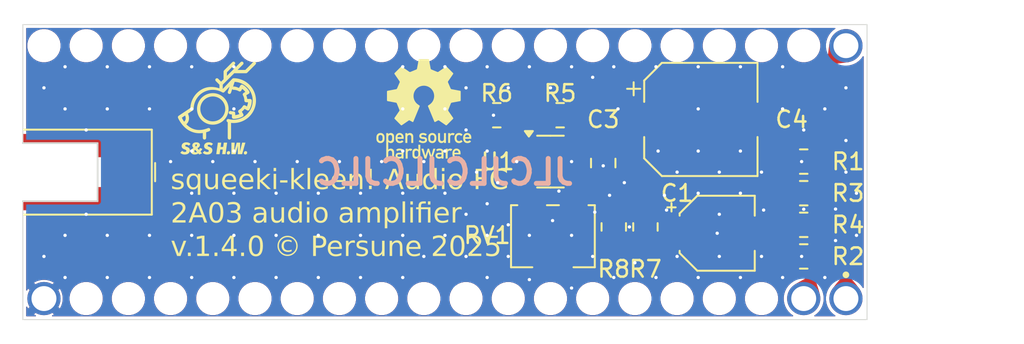
<source format=kicad_pcb>
(kicad_pcb (version 20241229) (generator "pcbnew") (generator_version "9.0")
  (title_block (title "squeeki-kleen! Audio FC") (date "2025-04-01") (rev "1.4.0") (company "Persune") (comment 1 "pad names are based on the HVC-CPU-07 revision"))
  (layers (0 "F.Cu" signal) (2 "B.Cu" signal) (13 "F.Paste" user) (15 "B.Paste" user) (5 "F.SilkS" user "F.Silkscreen") (7 "B.SilkS" user "B.Silkscreen") (1 "F.Mask" user) (3 "B.Mask" user) (25 "Edge.Cuts" user))
  (net 0 "")
  (net 1 "GND")
  (net 2 "/C8")
  (net 3 "/P1")
  (net 4 "/P2")
  (net 5 "Net-(C1-Pad2)")
  (net 6 "Net-(U1--)")
  (net 7 "Net-(U1-+)")
  (net 8 "VCC")
  (footprint "" (layer "F.Cu") (at 48.895 42.545)
    (property "Reference" "" (at 0 0 0) (layer "F.SilkS") (effects (font (size 1.27 1.27))))
    (property "Value" "")
    (pad "" np_thru_hole circle (at 0 0) (size 0.8 0.8) (drill 1.5) (layers "*.Cu" "*.Mask"))
  )
  (footprint "Resistor_SMD:R_0805_2012Metric_Pad1.20x1.40mm_HandSolder" (layer "F.Cu") (at 86.995 38.1)
    (property "Reference" "R4" (at 2.667 0 0) (layer "F.SilkS"))
    (property "Value" "12K")
    (pad "1" smd roundrect (at -1 0) (size 1.2 1.4) (layers "F.Cu" "F.Mask" "F.Paste") (roundrect_rratio 0.208333) (net 5 "Net-(C1-Pad2)"))
    (pad "2" smd roundrect (at 1 0) (size 1.2 1.4) (layers "F.Cu" "F.Mask" "F.Paste") (roundrect_rratio 0.208333) (net 4 "/P2"))
  )
  (footprint "" (layer "F.Cu") (at 53.975 42.545)
    (property "Reference" "" (at 0 0 0) (layer "F.SilkS") (effects (font (size 1.27 1.27))))
    (property "Value" "")
    (pad "" np_thru_hole circle (at 0 0) (size 0.8 0.8) (drill 1.5) (layers "*.Cu" "*.Mask"))
  )
  (footprint "Capacitor_SMD:CP_Elec_4x5.4" (layer "F.Cu") (at 81.788 38.608)
    (property "Reference" "C1" (at -2.413 -2.413 0) (layer "F.SilkS"))
    (property "Value" "1µF")
    (pad "1" smd roundrect (at -1.8 0) (size 2.6 1.6) (layers "F.Cu" "F.Mask" "F.Paste") (roundrect_rratio 0.15625) (net 6 "Net-(U1--)"))
    (pad "2" smd roundrect (at 1.8 0) (size 2.6 1.6) (layers "F.Cu" "F.Mask" "F.Paste") (roundrect_rratio 0.15625) (net 5 "Net-(C1-Pad2)"))
  )
  (footprint "Resistor_SMD:R_0805_2012Metric_Pad1.20x1.40mm_HandSolder" (layer "F.Cu") (at 68.525 31.496 180)
    (property "Reference" "R6" (at 0 1.325 0) (layer "F.SilkS"))
    (property "Value" "68K")
    (pad "1" smd roundrect (at -1 0 180) (size 1.2 1.4) (layers "F.Cu" "F.Mask" "F.Paste") (roundrect_rratio 0.208333) (net 7 "Net-(U1-+)"))
    (pad "2" smd roundrect (at 1 0 180) (size 1.2 1.4) (layers "F.Cu" "F.Mask" "F.Paste") (roundrect_rratio 0.208333) (net 1 "GND"))
  )
  (footprint "" (layer "F.Cu") (at 76.835 42.545)
    (property "Reference" "" (at 0 0 0) (layer "F.SilkS") (effects (font (size 1.27 1.27))))
    (property "Value" "")
    (pad "" np_thru_hole circle (at 0 0) (size 0.8 0.8) (drill 1.5) (layers "*.Cu" "*.Mask"))
  )
  (footprint "" (layer "F.Cu") (at 53.975 27.305)
    (property "Reference" "" (at 0 0 0) (layer "F.SilkS") (effects (font (size 1.27 1.27))))
    (property "Value" "")
    (pad "" np_thru_hole circle (at 0 0) (size 0.8 0.8) (drill 1.5) (layers "*.Cu" "*.Mask"))
  )
  (footprint "" (layer "F.Cu") (at 76.835 27.305)
    (property "Reference" "" (at 0 0 0) (layer "F.SilkS") (effects (font (size 1.27 1.27))))
    (property "Value" "")
    (pad "" np_thru_hole circle (at 0 0) (size 0.8 0.8) (drill 1.5) (layers "*.Cu" "*.Mask"))
  )
  (footprint "" (layer "F.Cu") (at 46.355 42.545)
    (property "Reference" "" (at 0 0 0) (layer "F.SilkS") (effects (font (size 1.27 1.27))))
    (property "Value" "")
    (pad "" np_thru_hole circle (at 0 0) (size 0.8 0.8) (drill 1.5) (layers "*.Cu" "*.Mask"))
  )
  (footprint "custom footprints:qr" (layer "F.Cu") (at 57.785 30.988)
    (property "Reference" "Ref**" (hide yes))
    (property "Value" "Val**" (hide yes))
    (fp_poly (pts (xy -1.54 -1.54) (xy -2.025 -1.54) (xy -2.025 -2.025) (xy -1.54 -2.025) (xy -1.54 -1.54)) (stroke (width 0.01)) (fill yes) (layer "F.Cu"))
    (fp_poly (pts (xy -1.54 2.025) (xy -2.025 2.025) (xy -2.025 1.54) (xy -1.54 1.54) (xy -1.54 2.025)) (stroke (width 0.01)) (fill yes) (layer "F.Cu"))
    (fp_poly (pts (xy -1.055 -0.89) (xy -1.54 -0.89) (xy -1.54 -1.055) (xy -1.055 -1.055) (xy -1.055 -0.89)) (stroke (width 0.01)) (fill yes) (layer "F.Cu"))
    (fp_poly (pts (xy -0.73 0.405) (xy -1.38 0.405) (xy -1.38 0.245) (xy -0.73 0.245) (xy -0.73 0.405)) (stroke (width 0.01)) (fill yes) (layer "F.Cu"))
    (fp_poly (pts (xy -0.08 0.08) (xy -0.245 0.08) (xy -0.245 -0.245) (xy -0.08 -0.245) (xy -0.08 0.08)) (stroke (width 0.01)) (fill yes) (layer "F.Cu"))
    (fp_poly (pts (xy 0.08 -2.19) (xy -0.08 -2.19) (xy -0.08 -2.35) (xy 0.08 -2.35) (xy 0.08 -2.19)) (stroke (width 0.01)) (fill yes) (layer "F.Cu"))
    (fp_poly (pts (xy 1.215 -0.73) (xy 1.055 -0.73) (xy 1.055 -0.89) (xy 1.215 -0.89) (xy 1.215 -0.73)) (stroke (width 0.01)) (fill yes) (layer "F.Cu"))
    (fp_poly (pts (xy 2.025 -1.54) (xy 1.54 -1.54) (xy 1.54 -2.025) (xy 2.025 -2.025) (xy 2.025 -1.54)) (stroke (width 0.01)) (fill yes) (layer "F.Cu"))
    (fp_poly (pts (xy 2.19 -0.73) (xy 1.865 -0.73) (xy 1.865 -0.89) (xy 2.19 -0.89) (xy 2.19 -0.73)) (stroke (width 0.01)) (fill yes) (layer "F.Cu"))
    (fp_poly (pts (xy 2.19 1.54) (xy 2.025 1.54) (xy 2.025 1.38) (xy 2.19 1.38) (xy 2.19 1.54)) (stroke (width 0.01)) (fill yes) (layer "F.Cu"))
    (fp_poly (pts (xy 2.35 0.245) (xy 2.19 0.245) (xy 2.19 0.08) (xy 2.35 0.08) (xy 2.35 0.245)) (stroke (width 0.01)) (fill yes) (layer "F.Cu"))
    (fp_poly (pts (xy 2.35 1.055) (xy 1.865 1.055) (xy 1.865 0.89) (xy 2.35 0.89) (xy 2.35 1.055)) (stroke (width 0.01)) (fill yes) (layer "F.Cu"))
    (fp_poly (pts (xy 2.35 2.19) (xy 2.19 2.19) (xy 2.19 2.025) (xy 2.35 2.025) (xy 2.35 2.19)) (stroke (width 0.01)) (fill yes) (layer "F.Cu"))
    (fp_poly (pts (xy -0.405 0.73) (xy -0.89 0.73) (xy -0.89 0.57) (xy -0.73 0.57) (xy -0.73 0.405) (xy -0.405 0.405) (xy -0.405 0.73)) (stroke (width 0.01)) (fill yes) (layer "F.Cu"))
    (fp_poly (pts (xy 1.378873 1.29625) (xy 1.3775 1.3775) (xy 1.29625 1.378873) (xy 1.215 1.380247) (xy 1.215 1.215) (xy 1.380247 1.215) (xy 1.378873 1.29625)) (stroke (width 0.01)) (fill yes) (layer "F.Cu"))
    (fp_poly (pts (xy 0.5675 -1.0525) (xy 0.568873 -0.97125) (xy 0.570247 -0.89) (xy 0.89 -0.89) (xy 0.89 -0.73) (xy 0.405 -0.73) (xy 0.405 -1.055248) (xy 0.5675 -1.0525)) (stroke (width 0.01)) (fill yes) (layer "F.Cu"))
    (fp_poly (pts (xy 0.245 1.865) (xy 0.405 1.865) (xy 0.405 2.025) (xy -0.08 2.025) (xy -0.08 1.865) (xy 0.08 1.865) (xy 0.08 1.705) (xy 0.245 1.705) (xy 0.245 1.865)) (stroke (width 0.01)) (fill yes) (layer "F.Cu"))
    (fp_poly (pts (xy -2.18875 -1.05382) (xy -2.0275 -1.0525) (xy -2.026127 -0.97125) (xy -2.024753 -0.89) (xy -1.865 -0.89) (xy -1.865 -0.73) (xy -2.025 -0.73) (xy -2.025 -0.89) (xy -2.35 -0.89) (xy -2.35 -1.055139) (xy -2.18875 -1.05382)) (stroke (width 0.01)) (fill yes) (layer "F.Cu"))
    (fp_poly (pts (xy -1.215 -1.215) (xy -2.35 -1.215) (xy -2.35 -2.19) (xy -2.19 -2.19) (xy -2.19 -1.38) (xy -1.38 -1.38) (xy -1.38 -2.19) (xy -2.19 -2.19) (xy -2.35 -2.19) (xy -2.35 -2.35) (xy -1.215 -2.35) (xy -1.215 -1.215)) (stroke (width 0.01)) (fill yes) (layer "F.Cu"))
    (fp_poly (pts (xy -1.215 2.35) (xy -2.35 2.35) (xy -2.35 1.38) (xy -2.19 1.38) (xy -2.19 2.19) (xy -1.38 2.19) (xy -1.38 1.38) (xy -2.19 1.38) (xy -2.35 1.38) (xy -2.35 1.215) (xy -1.215 1.215) (xy -1.215 2.35)) (stroke (width 0.01)) (fill yes) (layer "F.Cu"))
    (fp_poly (pts (xy 2.35 -1.215) (xy 1.215 -1.215) (xy 1.215 -2.19) (xy 1.38 -2.19) (xy 1.38 -1.38) (xy 2.19 -1.38) (xy 2.19 -2.19) (xy 1.38 -2.19) (xy 1.215 -2.19) (xy 1.215 -2.35) (xy 2.35 -2.35) (xy 2.35 -1.215)) (stroke (width 0.01)) (fill yes) (layer "F.Cu"))
    (fp_poly (pts (xy 1.055 -0.89) (xy 0.89 -0.89) (xy 0.89 -1.54) (xy 0.73 -1.54) (xy 0.73 -1.215) (xy 0.57 -1.215) (xy 0.57 -1.705) (xy 0.73 -1.705) (xy 0.73 -1.865) (xy 0.89 -1.865) (xy 0.89 -2.19) (xy 1.055 -2.19) (xy 1.055 -0.89)) (stroke (width 0.01)) (fill yes) (layer "F.Cu"))
    (fp_poly (pts (xy -1.055 0.73) (xy -0.89 0.73) (xy -0.89 0.89) (xy -0.73 0.89) (xy -0.73 1.54) (xy -1.055 1.54) (xy -1.055 1.055) (xy -1.54 1.055) (xy -1.54 0.89) (xy -1.215 0.89) (xy -1.215 0.73) (xy -1.38 0.73) (xy -1.38 0.57) (xy -1.055 0.57) (xy -1.055 0.73)) (stroke (width 0.01)) (fill yes) (layer "F.Cu"))
    (fp_poly (pts (xy -1.055 -0.73) (xy -1.055 -0.570139) (xy -1.21625 -0.56882) (xy -1.3775 -0.5675) (xy -1.378874 -0.486251) (xy -1.380248 -0.405001) (xy -1.297624 -0.405) (xy -1.215 -0.405) (xy -1.215 -0.245) (xy -1.38 -0.245) (xy -1.38 -0.404862) (xy -1.7025 -0.4075) (xy -1.70382 -0.568751) (xy -1.705139 -0.730001) (xy -1.38007 -0.730001) (xy -1.055 -0.73)) (stroke (width 0.01)) (fill yes) (layer "F.Cu"))
    (fp_poly (pts (xy 1.865 -0.89) (xy 1.705 -0.89) (xy 1.705 -0.570254) (xy 1.8625 -0.5675) (xy 1.863873 -0.48625) (xy 1.865247 -0.405) (xy 1.705 -0.405) (xy 1.705 -0.57) (xy 1.54 -0.57) (xy 1.54 -0.73) (xy 1.38 -0.73) (xy 1.38 -0.89) (xy 1.54 -0.89) (xy 1.54 -1.055) (xy 1.865 -1.055) (xy 1.865 -0.89)) (stroke (width 0.01)) (fill yes) (layer "F.Cu"))
    (fp_poly (pts (xy -2.19 -0.650124) (xy -2.190001 -0.570248) (xy -2.10875 -0.568874) (xy -2.0275 -0.5675) (xy -2.026127 -0.486251) (xy -2.024753 -0.405001) (xy -1.944877 -0.405) (xy -1.865 -0.405) (xy -1.865 -0.245) (xy -1.54 -0.245) (xy -1.54 -0.08) (xy -1.215 -0.08) (xy -1.215 0.08) (xy -1.38 0.08) (xy -1.38 0.245) (xy -1.54 0.245) (xy -1.54 0.08) (xy -1.705 0.08) (xy -1.705 -0.08) (xy -2.025 -0.08) (xy -2.025 -0.405) (xy -2.19 -0.405) (xy -2.19 0.08) (xy -2.35 0.08) (xy -2.35 -0.73) (xy -2.19 -0.73) (xy -2.19 -0.650124)) (stroke (width 0.01)) (fill yes) (layer "F.Cu"))
    (fp_poly (pts (xy -0.568875 -0.488877) (xy -0.5675 -0.4075) (xy -0.245 -0.404862) (xy -0.245 -0.245) (xy -0.405 -0.245) (xy -0.405 -0.08) (xy -0.57 -0.08) (xy -0.57 0.08) (xy -0.73 0.08) (xy -0.73 -0.08) (xy -1.215 -0.08) (xy -1.215 -0.245) (xy -0.89 -0.245) (xy -0.73 -0.245) (xy -0.73 -0.08) (xy -0.57 -0.08) (xy -0.57 -0.245) (xy -0.73 -0.245) (xy -0.89 -0.245) (xy -0.89 -0.405) (xy -0.810124 -0.405) (xy -0.730248 -0.405001) (xy -0.728874 -0.486251) (xy -0.7275 -0.5675) (xy -0.648875 -0.568877) (xy -0.570249 -0.570253) (xy -0.568875 -0.488877)) (stroke (width 0.01)) (fill yes) (layer "F.Cu"))
    (fp_poly (pts (xy -0.245 -2.19) (xy -0.08 -2.19) (xy -0.08 -2.024862) (xy -0.06313 -2.025) (xy 0.405 -2.025) (xy 0.405 -1.865) (xy 0.57 -1.865) (xy 0.57 -2.025) (xy 0.405 -2.025) (xy -0.06313 -2.025) (xy 0.2425 -2.0275) (xy 0.243873 -2.10875) (xy 0.245247 -2.19) (xy 0.405 -2.19) (xy 0.405 -2.35) (xy 0.73 -2.35) (xy 0.73 -1.865) (xy 0.57 -1.865) (xy 0.57 -1.705248) (xy 0.4075 -1.7025) (xy 0.406213 -1.37875) (xy 0.404927 -1.055) (xy 0.245 -1.055) (xy 0.245 -1.865) (xy -0.08 -1.865) (xy -0.08 -2.024753) (xy -0.16125 -2.026127) (xy -0.2425 -2.0275) (xy -0.245248 -2.19) (xy -0.405 -2.19) (xy -0.405 -2.35) (xy -0.245 -2.35) (xy -0.245 -2.19)) (stroke (width 0.01)) (fill yes) (layer "F.Cu"))
    (fp_poly (pts (xy -0.5675 1.7025) (xy -0.4075 1.7025) (xy -0.406127 1.62125) (xy -0.404753 1.54) (xy -0.245 1.54) (xy -0.245 2.025) (xy -0.405 2.025) (xy -0.405 2.19) (xy 0.89 2.19) (xy 0.89 2.35) (xy -0.57 2.35) (xy -0.57 2.19) (xy -0.73 2.19) (xy -0.73 2.35) (xy -1.055139 2.35) (xy -1.05382 2.18875) (xy -1.0525 2.0275) (xy -0.904666 2.025) (xy -0.89 2.025) (xy -0.89 2.19) (xy -0.73 2.19) (xy -0.73 2.025) (xy -0.89 2.025) (xy -0.904666 2.025) (xy -0.89 2.024752) (xy -0.89 1.865) (xy -0.73 1.865) (xy -0.73 2.025) (xy -0.405 2.025) (xy -0.405 1.865) (xy -0.73 1.865) (xy -0.73 1.54) (xy -0.570248 1.54) (xy -0.5675 1.7025)) (stroke (width 0.01)) (fill yes) (layer "F.Cu"))
    (fp_poly (pts (xy -1.865 0.245) (xy -1.705 0.245) (xy -1.705 0.405) (xy -1.539753 0.405) (xy -1.541127 0.48625) (xy -1.5425 0.5675) (xy -1.62375 0.568873) (xy -1.705 0.570247) (xy -1.705 1.055) (xy -1.865 1.055) (xy -1.865 0.57) (xy -2.025 0.57) (xy -2.025 0.73) (xy -2.19 0.73) (xy -2.19 1.055) (xy -2.35 1.055) (xy -2.35 0.405) (xy -2.19 0.405) (xy -2.19 0.484166) (xy -2.1898 0.511347) (xy -2.189246 0.534932) (xy -2.188411 0.553142) (xy -2.187367 0.564201) (xy -2.186667 0.566666) (xy -2.180769 0.567802) (xy -2.166648 0.568772) (xy -2.146084 0.569504) (xy -2.120854 0.569925) (xy -2.104167 0.57) (xy -2.025 0.57) (xy -2.025 0.405) (xy -2.19 0.405) (xy -2.19 0.08) (xy -1.865 0.08) (xy -1.865 0.245)) (stroke (width 0.01)) (fill yes) (layer "F.Cu"))
    (fp_poly (pts (xy -0.56882 -2.18875) (xy -0.5675 -2.0275) (xy -0.48625 -2.026127) (xy -0.405 -2.024753) (xy -0.405 -1.865) (xy -0.08 -1.865) (xy -0.08 -1.54) (xy -0.245 -1.54) (xy -0.245 -1.705) (xy -0.405 -1.705) (xy -0.405 -1.54) (xy -0.57 -1.54) (xy -0.57 -1.215) (xy -0.73 -1.215) (xy -0.73 -1.38) (xy -0.809877 -1.380001) (xy -0.889753 -1.380001) (xy -0.891127 -1.298751) (xy -0.8925 -1.2175) (xy -0.97375 -1.216127) (xy -1.055 -1.214753) (xy -1.055 -1.38) (xy -0.89 -1.38) (xy -0.89 -1.54) (xy -1.055 -1.54) (xy -1.055 -1.865) (xy -0.89 -1.865) (xy -0.89 -1.705) (xy -0.73 -1.705) (xy -0.73 -1.54) (xy -0.57 -1.54) (xy -0.57 -1.865) (xy -0.89 -1.865) (xy -0.89 -2.025) (xy -0.73 -2.025) (xy -0.73 -2.35) (xy -0.570139 -2.35) (xy -0.56882 -2.18875)) (stroke (width 0.01)) (fill yes) (layer "F.Cu"))
    (fp_poly (pts (xy 0.245 -1.055) (xy 0.245 -0.73) (xy 0.405 -0.73) (xy 0.405 -0.405) (xy 0.245247 -0.405) (xy 0.243873 -0.48625) (xy 0.2425 -0.5675) (xy 0.0825 -0.5675) (xy 0.079752 -0.405) (xy -0.08 -0.405) (xy -0.08 -0.73) (xy -0.245 -0.73) (xy -0.245 -0.57) (xy -0.405 -0.57) (xy -0.405 -0.73) (xy -0.73 -0.73) (xy -0.73 -0.89) (xy -0.405 -0.89) (xy -0.405 -0.73) (xy -0.245 -0.73) (xy -0.245 -0.89) (xy -0.405 -0.89) (xy -0.73 -0.89) (xy -0.89 -0.89) (xy -0.89 -1.055) (xy -0.405 -1.055) (xy -0.405 -1.38) (xy -0.245 -1.38) (xy -0.245 -1.055) (xy -0.08 -1.055) (xy -0.08 -0.89) (xy 0.08 -0.89) (xy 0.08 -1.055) (xy -0.08 -1.055) (xy -0.08 -1.38) (xy 0.08 -1.38) (xy 0.08 -1.055) (xy 0.245 -1.055)) (stroke (width 0.01)) (fill yes) (layer "F.Cu"))
    (fp_poly (pts (xy 1.055 0.73) (xy 1.055 0.89) (xy 1.215 0.89) (xy 1.215 0.73) (xy 1.38 0.73) (xy 1.38 0.889861) (xy 1.54125 0.89118) (xy 1.7025 0.8925) (xy 1.703873 0.97375) (xy 1.705247 1.055) (xy 1.865 1.055) (xy 1.865 1.215) (xy 2.025 1.215) (xy 2.025 1.38) (xy 1.705 1.38) (xy 1.705 1.54) (xy 1.865 1.54) (xy 1.865 1.705138) (xy 2.1875 1.7025) (xy 2.188873 1.62125) (xy 2.190247 1.54) (xy 2.35 1.54) (xy 2.35 1.865) (xy 2.19 1.865) (xy 2.19 2.024752) (xy 2.0275 2.0275) (xy 2.02618 2.18875) (xy 2.024861 2.35) (xy 1.865 2.35) (xy 1.865 2.19) (xy 1.705247 2.19) (xy 1.703873 2.10875) (xy 1.7025 2.0275) (xy 1.54 2.024752) (xy 1.54 2.19) (xy 1.705 2.19) (xy 1.705 2.35) (xy 1.215 2.35) (xy 1.215 2.025) (xy 0.57 2.025) (xy 0.57 1.865) (xy 0.73 1.865) (xy 0.73 1.705) (xy 1.215 1.705) (xy 1.215 1.865) (xy 1.705 1.865) (xy 1.705 1.705) (xy 1.215 1.705) (xy 0.73 1.705) (xy 0.57 1.705) (xy 0.57 1.38) (xy 0.73 1.38) (xy 0.73 1.215) (xy 0.89 1.215) (xy 0.89 1.055) (xy 1.055 1.055) (xy 1.055 1.54) (xy 1.54 1.54) (xy 1.54 1.055) (xy 1.055 1.055) (xy 0.89 1.055) (xy 0.245 1.055) (xy 0.245 1.215) (xy 0.405 1.215) (xy 0.405 1.705) (xy 0.245 1.705) (xy 0.245 1.54) (xy -0.08 1.54) (xy -0.08 1.055) (xy -0.405 1.055) (xy -0.405 0.73) (xy -0.245 0.73) (xy -0.245 0.89) (xy 0.08 0.89) (xy 0.08 0.57) (xy 0.245 0.57) (xy 0.245 0.89) (xy 0.57 0.89) (xy 0.57 0.73) (xy 0.73 0.73) (xy 0.73 0.89) (xy 0.89 0.89) (xy 0.89 0.73) (xy 0.73 0.73) (xy 0.57 0.73) (xy 0.57 0.570253) (xy 0.64875 0.568876) (xy 0.7275 0.5675) (xy 0.728873 0.48625) (xy 0.730247 0.405) (xy 0.405 0.405) (xy 0.405 0.57) (xy 0.245 0.57) (xy 0.08 0.57) (xy 0.08 0.405) (xy -0.08 0.405) (xy -0.08 0.73) (xy -0.245 0.73) (xy -0.245 0.245095) (xy -0.00125 0.243797) (xy 0.2425 0.2425) (xy 0.243873 0.16125) (xy 0.245247 0.08) (xy 0.08 0.08) (xy 0.08 -0.08) (xy 0.405 -0.08) (xy 0.405 0.245247) (xy 0.48625 0.243873) (xy 0.5675 0.2425) (xy 0.568873 0.16125) (xy 0.570247 0.08) (xy 0.89 0.08) (xy 0.89 -0.245) (xy 0.73 -0.245) (xy 0.73 -0.08) (xy 0.405 -0.08) (xy 0.08 -0.08) (xy 0.08 -0.405) (xy 0.245 -0.405) (xy 0.245 -0.245) (xy 0.73 -0.245) (xy 0.73 -0.405) (xy 1.055 -0.405) (xy 1.055 -0.08) (xy 1.215 -0.08) (xy 1.215 -0.405) (xy 1.055 -0.405) (xy 0.73 -0.405) (xy 0.57 -0.405) (xy 0.57 -0.57) (xy 0.89 -0.57) (xy 0.89 -0.73) (xy 1.055 -0.73) (xy 1.055 -0.57) (xy 1.215 -0.57) (xy 1.215 -0.405) (xy 1.54 -0.405) (xy 1.54 -0.245248) (xy 1.7025 -0.2425) (xy 1.703873 -0.16125) (xy 1.705247 -0.08) (xy 2.024752 -0.08) (xy 2.0275 -0.2425) (xy 2.19 -0.245248) (xy 2.19 -0.405) (xy 2.35 -0.405) (xy 2.35 -0.08) (xy 2.025 -0.08) (xy 2.025 0.405) (xy 2.35 0.405) (xy 2.35 0.73) (xy 2.19 0.73) (xy 2.19 0.57) (xy 1.865 0.57) (xy 1.865 0.73) (xy 1.54 0.73) (xy 1.54 0.570138) (xy 1.2175 0.5675) (xy 1.214752 0.405) (xy 1.055 0.405) (xy 1.055 0.245) (xy 1.215 0.245) (xy 1.215 0.405) (xy 1.38 0.405) (xy 1.38 0.245) (xy 1.54 0.245) (xy 1.54 0.405) (xy 1.705 0.405) (xy 1.705 0.57) (xy 1.865 0.57) (xy 1.865 0.405) (xy 1.705 0.405) (xy 1.705 0.245) (xy 1.54 0.245) (xy 1.38 0.245) (xy 1.38 0.08) (xy 1.54 0.08) (xy 1.705 0.08) (xy 1.705 0.245) (xy 1.865 0.245) (xy 1.865 0.08) (xy 1.705 0.08) (xy 1.54 0.08) (xy 1.54 -0.08) (xy 1.215 -0.08) (xy 1.215 0.08) (xy 0.89 0.08) (xy 0.89 0.73) (xy 1.055 0.73)) (stroke (width 0.01)) (fill yes) (layer "F.Cu"))
    (zone (net 0) (net_name "") (layer "F.Cu") (connect_pads (clearance 0)) (min_thickness 0.25)
      (keepout (tracks not_allowed) (vias not_allowed) (pads not_allowed) (copperpour not_allowed) (footprints allowed))
      (fill (thermal_gap 0.5) (thermal_bridge_width 0.5))
      (polygon (pts (xy 60.785 27.988) (xy 54.785 27.988) (xy 54.785 33.988) (xy 60.785 33.988)))
    )
  )
  (footprint "Capacitor_SMD:CP_Elec_6.3x4.5" (layer "F.Cu") (at 80.805 31.75)
    (property "Reference" "C4" (at 5.461 0 0) (layer "F.SilkS"))
    (property "Value" "100µF")
    (pad "1" smd roundrect (at -2.7 0) (size 3.5 1.6) (layers "F.Cu" "F.Mask" "F.Paste") (roundrect_rratio 0.15625) (net 8 "VCC"))
    (pad "2" smd roundrect (at 2.7 0) (size 3.5 1.6) (layers "F.Cu" "F.Mask" "F.Paste") (roundrect_rratio 0.15625) (net 1 "GND"))
  )
  (footprint "Potentiometer_SMD:Potentiometer_Bourns_3224W_Vertical" (layer "F.Cu") (at 71.902 38.788)
    (property "Reference" "RV1" (at -3.957 -0.053 180) (layer "F.SilkS"))
    (property "Value" "100K")
    (pad "1" smd rect (at 1.25 -1.45) (size 1.3 1.6) (layers "F.Cu" "F.Mask" "F.Paste") (net 6 "Net-(U1--)"))
    (pad "2" smd rect (at 0 1.45) (size 2 1.6) (layers "F.Cu" "F.Mask" "F.Paste") (net 2 "/C8"))
    (pad "3" smd rect (at -1.25 -1.45) (size 1.3 1.6) (layers "F.Cu" "F.Mask" "F.Paste") (net 2 "/C8"))
  )
  (footprint "Resistor_SMD:R_0805_2012Metric_Pad1.20x1.40mm_HandSolder" (layer "F.Cu") (at 75.565 38.227 90)
    (property "Reference" "R8" (at -2.54 0 180) (layer "F.SilkS"))
    (property "Value" "68K")
    (pad "1" smd roundrect (at -1 0 90) (size 1.2 1.4) (layers "F.Cu" "F.Mask" "F.Paste") (roundrect_rratio 0.208333) (net 6 "Net-(U1--)"))
    (pad "2" smd roundrect (at 1 0 90) (size 1.2 1.4) (layers "F.Cu" "F.Mask" "F.Paste") (roundrect_rratio 0.208333) (net 1 "GND"))
  )
  (footprint "Resistor_SMD:R_0805_2012Metric_Pad1.20x1.40mm_HandSolder" (layer "F.Cu") (at 86.995 34.29)
    (property "Reference" "R1" (at 2.667 0 0) (layer "F.SilkS"))
    (property "Value" "100")
    (pad "1" smd roundrect (at -1 0) (size 1.2 1.4) (layers "F.Cu" "F.Mask" "F.Paste") (roundrect_rratio 0.208333) (net 1 "GND"))
    (pad "2" smd roundrect (at 1 0) (size 1.2 1.4) (layers "F.Cu" "F.Mask" "F.Paste") (roundrect_rratio 0.208333) (net 3 "/P1"))
  )
  (footprint "" (layer "F.Cu") (at 71.755 27.305)
    (property "Reference" "" (at 0 0 0) (layer "F.SilkS") (effects (font (size 1.27 1.27))))
    (property "Value" "")
    (pad "" np_thru_hole circle (at 0 0) (size 0.8 0.8) (drill 1.5) (layers "*.Cu" "*.Mask"))
  )
  (footprint "custom footprints:oshw-logo 6x6mm" (layer "F.Cu") (at 64.135 31.115)
    (property "Reference" "svg2mod" (hide yes))
    (property "Value" "G***" (hide yes))
  )
  (footprint "custom footprints:Custom_THT" (layer "F.Cu") (at 89.535 27.305)
    (property "Reference" "J2")
    (property "Value" "VCC")
    (pad "1" thru_hole circle (at 0 0) (size 2 2) (drill 1.5) (layers "*.Cu" "*.Mask") (net 8 "VCC"))
  )
  (footprint "Capacitor_SMD:C_0805_2012Metric_Pad1.18x1.45mm_HandSolder" (layer "F.Cu") (at 74.93 34.3775 -90)
    (property "Reference" "C3" (at -2.6275 0 180) (layer "F.SilkS"))
    (property "Value" "0.1µF")
    (pad "1" smd roundrect (at -1.0375 0 270) (size 1.175 1.45) (layers "F.Cu" "F.Mask" "F.Paste") (roundrect_rratio 0.212766) (net 8 "VCC"))
    (pad "2" smd roundrect (at 1.0375 0 270) (size 1.175 1.45) (layers "F.Cu" "F.Mask" "F.Paste") (roundrect_rratio 0.212766) (net 1 "GND"))
  )
  (footprint "" (layer "F.Cu") (at 74.295 27.305)
    (property "Reference" "" (at 0 0 0) (layer "F.SilkS") (effects (font (size 1.27 1.27))))
    (property "Value" "")
    (pad "" np_thru_hole circle (at 0 0) (size 0.8 0.8) (drill 1.5) (layers "*.Cu" "*.Mask"))
  )
  (footprint "" (layer "F.Cu") (at 61.595 27.305)
    (property "Reference" "" (at 0 0 0) (layer "F.SilkS") (effects (font (size 1.27 1.27))))
    (property "Value" "")
    (pad "" np_thru_hole circle (at 0 0) (size 0.8 0.8) (drill 1.5) (layers "*.Cu" "*.Mask"))
  )
  (footprint "" (layer "F.Cu") (at 56.515 27.305)
    (property "Reference" "" (at 0 0 0) (layer "F.SilkS") (effects (font (size 1.27 1.27))))
    (property "Value" "")
    (pad "" np_thru_hole circle (at 0 0) (size 0.8 0.8) (drill 1.5) (layers "*.Cu" "*.Mask"))
  )
  (footprint "Connector_Coaxial:MMCX_Molex_73415-0961_Horizontal_0.8mm-PCB" (layer "F.Cu") (at 43.755 34.925)
    (property "Reference" "J5" (hide yes))
    (property "Value" "Conn_Coaxial")
    (fp_line (start -3.75 1.75) (end 0.75 1.75) (stroke (width 0.1)) (layer "Edge.Cuts"))
    (fp_line (start 0.75 -1.75) (end -3.75 -1.75) (stroke (width 0.1)) (layer "Edge.Cuts"))
    (fp_line (start 0.75 1.75) (end 0.75 -1.75) (stroke (width 0.1)) (layer "Edge.Cuts"))
    (pad "1" smd rect (at 2.75 0) (size 2 1.1) (layers "F.Cu" "F.Mask" "F.Paste") (net 2 "/C8"))
    (pad "2" smd custom (at 2.25 -1.6) (size 3 1.4) (layers "F.Cu" "F.Mask" "F.Paste") (net 1 "GND") (options (clearance outline) (anchor rect)) (primitives (gr_poly (pts (xy -1.5 -0.15) (xy -6 -0.15) (xy -6 -0.7) (xy -1.5 -0.7)) (width 0) (fill yes))))
    (pad "2" smd custom (at 2.25 1.6) (size 3 1.4) (layers "F.Cu" "F.Mask" "F.Paste") (net 1 "GND") (options (clearance outline) (anchor rect)) (primitives (gr_poly (pts (xy -1.5 0.7) (xy -6 0.7) (xy -6 0.15) (xy -1.5 0.15)) (width 0) (fill yes))))
  )
  (footprint "" (layer "F.Cu") (at 41.275 27.305)
    (property "Reference" "" (at 0 0 0) (layer "F.SilkS") (effects (font (size 1.27 1.27))))
    (property "Value" "")
    (pad "" np_thru_hole circle (at 0 0) (size 0.8 0.8) (drill 1.5) (layers "*.Cu" "*.Mask"))
  )
  (footprint "" (layer "F.Cu") (at 43.815 42.545)
    (property "Reference" "" (hide yes))
    (property "Value" "" (hide yes))
    (pad "" np_thru_hole circle (at 0 0) (size 0.8 0.8) (drill 1.5) (layers "*.Cu" "*.Mask"))
  )
  (footprint "" (layer "F.Cu") (at 56.515 42.545)
    (property "Reference" "" (at 0 0 0) (layer "F.SilkS") (effects (font (size 1.27 1.27))))
    (property "Value" "")
    (pad "" np_thru_hole circle (at 0 0) (size 0.8 0.8) (drill 1.5) (layers "*.Cu" "*.Mask"))
  )
  (footprint "" (layer "F.Cu") (at 59.055 27.305)
    (property "Reference" "" (at 0 0 0) (layer "F.SilkS") (effects (font (size 1.27 1.27))))
    (property "Value" "")
    (pad "" np_thru_hole circle (at 0 0) (size 0.8 0.8) (drill 1.5) (layers "*.Cu" "*.Mask"))
  )
  (footprint "" (layer "F.Cu") (at 51.435 27.305)
    (property "Reference" "" (at 0 0 0) (layer "F.SilkS") (effects (font (size 1.27 1.27))))
    (property "Value" "")
    (pad "" np_thru_hole circle (at 0 0) (size 0.8 0.8) (drill 1.5) (layers "*.Cu" "*.Mask"))
  )
  (footprint "" (layer "F.Cu") (at 69.215 42.545)
    (property "Reference" "" (at 0 0 0) (layer "F.SilkS") (effects (font (size 1.27 1.27))))
    (property "Value" "")
    (pad "" np_thru_hole circle (at 0 0) (size 0.8 0.8) (drill 1.5) (layers "*.Cu" "*.Mask"))
  )
  (footprint "Fiducial:Fiducial_0.5mm_Mask1.5mm" (layer "F.Cu") (at 65.405 41.275)
    (property "Reference" "REF**" (hide yes))
    (property "Value" "Fiducial_0.5mm_Mask1.5mm")
    (pad "" smd circle (at 0 0) (size 0.5 0.5) (layers "F.Cu" "F.Mask") (clearance 0.5))
  )
  (footprint "Fiducial:Fiducial_0.5mm_Mask1.5mm" (layer "F.Cu") (at 89.535 31.75)
    (property "Reference" "REF**" (hide yes))
    (property "Value" "Fiducial_0.5mm_Mask1.5mm")
    (pad "" smd circle (at 0 0) (size 0.5 0.5) (layers "F.Cu" "F.Mask") (clearance 0.5))
  )
  (footprint "" (layer "F.Cu") (at 79.375 42.545)
    (property "Reference" "" (at 0 0 0) (layer "F.SilkS") (effects (font (size 1.27 1.27))))
    (property "Value" "")
    (pad "" np_thru_hole circle (at 0 0) (size 0.8 0.8) (drill 1.5) (layers "*.Cu" "*.Mask"))
  )
  (footprint "" (layer "F.Cu") (at 61.595 42.545)
    (property "Reference" "" (at 0 0 0) (layer "F.SilkS") (effects (font (size 1.27 1.27))))
    (property "Value" "")
    (pad "" np_thru_hole circle (at 0 0) (size 0.8 0.8) (drill 1.5) (layers "*.Cu" "*.Mask"))
  )
  (footprint "" (layer "F.Cu") (at 51.435 42.545)
    (property "Reference" "" (at 0 0 0) (layer "F.SilkS") (effects (font (size 1.27 1.27))))
    (property "Value" "")
    (pad "" np_thru_hole circle (at 0 0) (size 0.8 0.8) (drill 1.5) (layers "*.Cu" "*.Mask"))
  )
  (footprint "" (layer "F.Cu") (at 66.675 42.545)
    (property "Reference" "" (at 0 0 0) (layer "F.SilkS") (effects (font (size 1.27 1.27))))
    (property "Value" "")
    (pad "" np_thru_hole circle (at 0 0) (size 0.8 0.8) (drill 1.5) (layers "*.Cu" "*.Mask"))
  )
  (footprint "" (layer "F.Cu") (at 69.215 27.305)
    (property "Reference" "" (at 0 0 0) (layer "F.SilkS") (effects (font (size 1.27 1.27))))
    (property "Value" "")
    (pad "" np_thru_hole circle (at 0 0) (size 0.8 0.8) (drill 1.5) (layers "*.Cu" "*.Mask"))
  )
  (footprint "" (layer "F.Cu") (at 81.915 27.305)
    (property "Reference" "" (at 0 0 0) (layer "F.SilkS") (effects (font (size 1.27 1.27))))
    (property "Value" "")
    (pad "" np_thru_hole circle (at 0 0) (size 0.8 0.8) (drill 1.5) (layers "*.Cu" "*.Mask"))
  )
  (footprint "Resistor_SMD:R_0805_2012Metric_Pad1.20x1.40mm_HandSolder" (layer "F.Cu") (at 86.995 40.005)
    (property "Reference" "R2" (at 2.667 0 0) (layer "F.SilkS"))
    (property "Value" "100")
    (pad "1" smd roundrect (at -1 0) (size 1.2 1.4) (layers "F.Cu" "F.Mask" "F.Paste") (roundrect_rratio 0.208333) (net 1 "GND"))
    (pad "2" smd roundrect (at 1 0) (size 1.2 1.4) (layers "F.Cu" "F.Mask" "F.Paste") (roundrect_rratio 0.208333) (net 4 "/P2"))
  )
  (footprint "" (layer "F.Cu") (at 43.815 27.305)
    (property "Reference" "" (at 0 0 0) (layer "F.SilkS") (effects (font (size 1.27 1.27))))
    (property "Value" "")
    (pad "" np_thru_hole circle (at 0 0) (size 0.8 0.8) (drill 1.5) (layers "*.Cu" "*.Mask"))
  )
  (footprint "" (layer "F.Cu") (at 59.055 42.545)
    (property "Reference" "" (at 0 0 0) (layer "F.SilkS") (effects (font (size 1.27 1.27))))
    (property "Value" "")
    (pad "" np_thru_hole circle (at 0 0) (size 0.8 0.8) (drill 1.5) (layers "*.Cu" "*.Mask"))
  )
  (footprint "custom footprints:Custom_THT" (layer "F.Cu") (at 86.995 42.545)
    (property "Reference" "J4")
    (property "Value" "P2")
    (pad "1" thru_hole circle (at 0 0) (size 2 2) (drill 1.5) (layers "*.Cu" "*.Mask") (net 4 "/P2"))
  )
  (footprint "Resistor_SMD:R_0805_2012Metric_Pad1.20x1.40mm_HandSolder" (layer "F.Cu") (at 77.47 38.227 -90)
    (property "Reference" "R7" (at 2.54 0 180) (layer "F.SilkS"))
    (property "Value" "47K")
    (pad "1" smd roundrect (at -1 0 270) (size 1.2 1.4) (layers "F.Cu" "F.Mask" "F.Paste") (roundrect_rratio 0.208333) (net 8 "VCC"))
    (pad "2" smd roundrect (at 1 0 270) (size 1.2 1.4) (layers "F.Cu" "F.Mask" "F.Paste") (roundrect_rratio 0.208333) (net 6 "Net-(U1--)"))
  )
  (footprint "" (layer "F.Cu") (at 71.755 42.545)
    (property "Reference" "" (at 0 0 0) (layer "F.SilkS") (effects (font (size 1.27 1.27))))
    (property "Value" "")
    (pad "" np_thru_hole circle (at 0 0) (size 0.8 0.8) (drill 1.5) (layers "*.Cu" "*.Mask"))
  )
  (footprint "" (layer "F.Cu") (at 66.675 27.305)
    (property "Reference" "" (at 0 0 0) (layer "F.SilkS") (effects (font (size 1.27 1.27))))
    (property "Value" "")
    (pad "" np_thru_hole circle (at 0 0) (size 0.8 0.8) (drill 1.5) (layers "*.Cu" "*.Mask"))
  )
  (footprint "" (layer "F.Cu") (at 84.455 42.545)
    (property "Reference" "" (at 0 0 0) (layer "F.SilkS") (effects (font (size 1.27 1.27))))
    (property "Value" "")
    (pad "" np_thru_hole circle (at 0 0) (size 0.8 0.8) (drill 1.5) (layers "*.Cu" "*.Mask"))
  )
  (footprint "custom footprints:Custom_THT" (layer "F.Cu") (at 41.275 42.545)
    (property "Reference" "J1")
    (property "Value" "GND")
    (pad "1" thru_hole circle (at 0 0) (size 2 2) (drill 1.5) (layers "*.Cu" "*.Mask") (net 1 "GND"))
  )
  (footprint "" (layer "F.Cu") (at 81.915 42.545)
    (property "Reference" "" (at 0 0 0) (layer "F.SilkS") (effects (font (size 1.27 1.27))))
    (property "Value" "")
    (pad "" np_thru_hole circle (at 0 0) (size 0.8 0.8) (drill 1.5) (layers "*.Cu" "*.Mask"))
  )
  (footprint "" (layer "F.Cu") (at 48.895 27.305)
    (property "Reference" "" (at 0 0 0) (layer "F.SilkS") (effects (font (size 1.27 1.27))))
    (property "Value" "")
    (pad "" np_thru_hole circle (at 0 0) (size 0.8 0.8) (drill 1.5) (layers "*.Cu" "*.Mask"))
  )
  (footprint "custom footprints:Custom_THT" (layer "F.Cu") (at 89.535 42.545)
    (property "Reference" "J3")
    (property "Value" "P1")
    (pad "1" thru_hole circle (at 0 0) (size 2 2) (drill 1.5) (layers "*.Cu" "*.Mask") (net 3 "/P1"))
  )
  (footprint "" (layer "F.Cu") (at 79.375 27.305)
    (property "Reference" "" (at 0 0 0) (layer "F.SilkS") (effects (font (size 1.27 1.27))))
    (property "Value" "")
    (pad "" np_thru_hole circle (at 0 0) (size 0.8 0.8) (drill 1.5) (layers "*.Cu" "*.Mask"))
  )
  (footprint "Package_TO_SOT_SMD:SOT-23-5" (layer "F.Cu") (at 71.755 34.29)
    (property "Reference" "U1" (at -3.175 0 0) (layer "F.SilkS"))
    (property "Value" "TL971")
    (pad "1" smd roundrect (at -1.1375 -0.95) (size 1.325 0.6) (layers "F.Cu" "F.Mask" "F.Paste") (net 2 "/C8"))
    (pad "2" smd roundrect (at -1.1375 0) (size 1.325 0.6) (layers "F.Cu" "F.Mask" "F.Paste") (net 1 "GND"))
    (pad "3" smd roundrect (at -1.1375 0.95) (size 1.325 0.6) (layers "F.Cu" "F.Mask" "F.Paste") (net 7 "Net-(U1-+)"))
    (pad "4" smd roundrect (at 1.1375 0.95) (size 1.325 0.6) (layers "F.Cu" "F.Mask" "F.Paste") (net 6 "Net-(U1--)"))
    (pad "5" smd roundrect (at 1.1375 -0.95) (size 1.325 0.6) (layers "F.Cu" "F.Mask" "F.Paste") (net 8 "VCC"))
  )
  (footprint "" (layer "F.Cu") (at 86.995 27.305)
    (property "Reference" "" (at 0 0 0) (layer "F.SilkS") (effects (font (size 1.27 1.27))))
    (property "Value" "")
    (pad "" np_thru_hole circle (at 0 0) (size 0.8 0.8) (drill 1.5) (layers "*.Cu" "*.Mask"))
  )
  (footprint "" (layer "F.Cu") (at 64.135 27.305)
    (property "Reference" "" (at 0 0 0) (layer "F.SilkS") (effects (font (size 1.27 1.27))))
    (property "Value" "")
    (pad "" np_thru_hole circle (at 0 0) (size 0.8 0.8) (drill 1.5) (layers "*.Cu" "*.Mask"))
  )
  (footprint "" (layer "F.Cu") (at 64.135 42.545)
    (property "Reference" "" (at 0 0 0) (layer "F.SilkS") (effects (font (size 1.27 1.27))))
    (property "Value" "")
    (pad "" np_thru_hole circle (at 0 0) (size 0.8 0.8) (drill 1.5) (layers "*.Cu" "*.Mask"))
  )
  (footprint "Resistor_SMD:R_0805_2012Metric_Pad1.20x1.40mm_HandSolder" (layer "F.Cu") (at 72.335 31.496 180)
    (property "Reference" "R5" (at 0 1.325 0) (layer "F.SilkS"))
    (property "Value" "47K")
    (pad "1" smd roundrect (at -1 0 180) (size 1.2 1.4) (layers "F.Cu" "F.Mask" "F.Paste") (roundrect_rratio 0.208333) (net 8 "VCC"))
    (pad "2" smd roundrect (at 1 0 180) (size 1.2 1.4) (layers "F.Cu" "F.Mask" "F.Paste") (roundrect_rratio 0.208333) (net 7 "Net-(U1-+)"))
  )
  (footprint "" (layer "F.Cu") (at 74.295 42.545)
    (property "Reference" "" (at 0 0 0) (layer "F.SilkS") (effects (font (size 1.27 1.27))))
    (property "Value" "")
    (pad "" np_thru_hole circle (at 0 0) (size 0.8 0.8) (drill 1.5) (layers "*.Cu" "*.Mask"))
  )
  (footprint "custom footprints:maustech icon fiducial 0-50mm 1-50mm" (layer "F.Cu") (at 51.435 31.115)
    (property "Reference" "svg2mod" (hide yes))
    (property "Value" "G***" (hide yes))
  )
  (footprint "Resistor_SMD:R_0805_2012Metric_Pad1.20x1.40mm_HandSolder" (layer "F.Cu") (at 86.995 36.195)
    (property "Reference" "R3" (at 2.667 0 180) (layer "F.SilkS"))
    (property "Value" "20K")
    (pad "1" smd roundrect (at -1 0) (size 1.2 1.4) (layers "F.Cu" "F.Mask" "F.Paste") (roundrect_rratio 0.208333) (net 5 "Net-(C1-Pad2)"))
    (pad "2" smd roundrect (at 1 0) (size 1.2 1.4) (layers "F.Cu" "F.Mask" "F.Paste") (roundrect_rratio 0.208333) (net 3 "/P1"))
  )
  (footprint "" (layer "F.Cu") (at 84.455 27.305)
    (property "Reference" "" (at 0 0 0) (layer "F.SilkS") (effects (font (size 1.27 1.27))))
    (property "Value" "")
    (pad "" np_thru_hole circle (at 0 0) (size 0.8 0.8) (drill 1.5) (layers "*.Cu" "*.Mask"))
  )
  (footprint "Fiducial:Fiducial_0.5mm_Mask1.5mm" (layer "F.Cu") (at 51.435 31.115)
    (property "Reference" "REF**" (hide yes))
    (property "Value" "Fiducial_0.5mm_Mask1.5mm")
    (pad "" smd circle (at 0 0) (size 0.5 0.5) (layers "F.Cu" "F.Mask") (clearance 0.5))
  )
  (footprint "" (layer "F.Cu") (at 46.355 27.305)
    (property "Reference" "" (at 0 0 0) (layer "F.SilkS") (effects (font (size 1.27 1.27))))
    (property "Value" "")
    (pad "" np_thru_hole circle (at 0 0) (size 0.8 0.8) (drill 1.5) (layers "*.Cu" "*.Mask"))
  )
  (gr_circle (center 89.535 41.114108) (end 89.735 41.114108) (fill yes) (layer "F.SilkS"))
  (gr_line (start 90.805 26.035) (end 90.805 43.815) (stroke (width 0.05)) (layer "Edge.Cuts"))
  (gr_line (start 40.005 26.035) (end 40.005 33.175) (stroke (width 0.05)) (layer "Edge.Cuts"))
  (gr_line (start 90.805 26.035) (end 40.005 26.035) (stroke (width 0.05)) (layer "Edge.Cuts"))
  (gr_line (start 40.005 36.675) (end 40.005 43.815) (stroke (width 0.05)) (layer "Edge.Cuts"))
  (gr_line (start 90.805 43.815) (end 40.005 43.815) (stroke (width 0.05)) (layer "Edge.Cuts"))
  (gr_text "squeeki-kleen! Audio FC\n2A03 audio amplifier\nv.1.4.0 © Persune 2025\n" (at 48.895 37.465 0) (layer "F.SilkS") (effects (font (size 1.2 1.2) (thickness 0.15) (italic yes)) (justify left)))
  (gr_text "JLCJLCJLCJLC" (at 65.405 34.925 0) (layer "B.SilkS") (effects (font (size 1.5 1.5) (thickness 0.3)) (justify mirror)))
  (via (at 52.705 33.655) (size 0.6) (drill 0.2) (layers "F.Cu" "B.Cu") (net 1))
  (via (at 76.5048 38.227) (size 0.6) (drill 0.2) (layers "F.Cu" "B.Cu") (net 1))
  (via (at 65.405 31.115) (size 0.6) (drill 0.2) (layers "F.Cu" "B.Cu") (net 1))
  (via (at 76.835 40.386) (size 0.6) (drill 0.2) (layers "F.Cu" "B.Cu") (net 1))
  (via (at 50.165 31.115) (size 0.6) (drill 0.2) (layers "F.Cu" "B.Cu") (net 1))
  (via (at 62.865 28.575) (size 0.6) (drill 0.2) (layers "F.Cu" "B.Cu") (net 1))
  (via (at 52.705 28.575) (size 0.6) (drill 0.2) (layers "F.Cu" "B.Cu") (net 1))
  (via (at 86.868 40.005) (size 0.6) (drill 0.2) (layers "F.Cu" "B.Cu") (net 1))
  (via (at 80.645 36.195) (size 0.6) (drill 0.2) (layers "F.Cu" "B.Cu") (net 1))
  (via (at 70.485 28.575) (size 0.6) (drill 0.2) (layers "F.Cu" "B.Cu") (net 1))
  (via (at 52.705 36.195) (size 0.6) (drill 0.2) (layers "F.Cu" "B.Cu") (net 1))
  (via (at 74.422 37.338) (size 0.6) (drill 0.2) (layers "F.Cu" "B.Cu") (net 1))
  (via (at 60.325 41.275) (size 0.6) (drill 0.2) (layers "F.Cu" "B.Cu") (net 1))
  (via (at 88.91 37.15) (size 0.6) (drill 0.2) (layers "F.Cu" "B.Cu") (net 1))
  (via (at 62.865 31.115) (size 0.6) (drill 0.2) (layers "F.Cu" "B.Cu") (net 1))
  (via (at 81.788 38.608) (size 0.6) (drill 0.2) (layers "F.Cu" "B.Cu") (net 1))
  (via (at 80.645 41.275) (size 0.6) (drill 0.2) (layers "F.Cu" "B.Cu") (net 1))
  (via (at 66.675 37.465) (size 0.6) (drill 0.2) (layers "F.Cu" "B.Cu") (net 1))
  (via (at 62.865 36.195) (size 0.6) (drill 0.2) (layers "F.Cu" "B.Cu") (net 1))
  (via (at 75.311 36.322) (size 0.6) (drill 0.2) (layers "F.Cu" "B.Cu") (net 1))
  (via (at 72.263 36.068) (size 0.6) (drill 0.2) (layers "F.Cu" "B.Cu") (net 1))
  (via (at 73.025 38.735) (size 0.6) (drill 0.2) (layers "F.Cu" "B.Cu") (net 1))
  (via (at 88.91 39.05) (size 0.6) (drill 0.2) (layers "F.Cu" "B.Cu") (net 1))
  (via (at 88.265 31.115) (size 0.6) (drill 0.2) (layers "F.Cu" "B.Cu") (net 1))
  (via (at 59.055 34.29) (size 0.6) (drill 0.2) (layers "F.Cu" "B.Cu") (net 1))
  (via (at 90.17 36.195) (size 0.6) (drill 0.2) (layers "F.Cu" "B.Cu") (net 1))
  (via (at 89.535 29.845) (size 0.6) (drill 0.2) (layers "F.Cu" "B.Cu") (net 1))
  (via (at 48.895 34.29) (size 0.6) (drill 0.2) (layers "F.Cu" "B.Cu") (net 1))
  (via (at 73.025 41.91) (size 0.6) (drill 0.2) (layers "F.Cu" "B.Cu") (net 1))
  (via (at 70.485 41.402) (size 0.6) (drill 0.2) (layers "F.Cu" "B.Cu") (net 1))
  (via (at 64.135 34.29) (size 0.6) (drill 0.2) (layers "F.Cu" "B.Cu") (net 1))
  (via (at 78.74 37.211) (size 0.6) (drill 0.2) (layers "F.Cu" "B.Cu") (net 1))
  (via (at 64.135 40.005) (size 0.6) (drill 0.2) (layers "F.Cu" "B.Cu") (net 1))
  (via (at 71.755 29.845) (size 0.6) (drill 0.2) (layers "F.Cu" "B.Cu") (net 1))
  (via (at 83.185 33.655) (size 0.6) (drill 0.2) (layers "F.Cu" "B.Cu") (net 1))
  (via (at 83.185 36.195) (size 0.6) (drill 0.2) (layers "F.Cu" "B.Cu") (net 1))
  (via (at 75.565 28.575) (size 0.6) (drill 0.2) (layers "F.Cu" "B.Cu") (net 1))
  (via (at 73.025 28.575) (size 0.6) (drill 0.2) (layers "F.Cu" "B.Cu") (net 1))
  (via (at 88.265 41.275) (size 0.6) (drill 0.2) (layers "F.Cu" "B.Cu") (net 1))
  (via (at 42.545 38.735) (size 0.6) (drill 0.2) (layers "F.Cu" "B.Cu") (net 1))
  (via (at 83.185 41.275) (size 0.6) (drill 0.2) (layers "F.Cu" "B.Cu") (net 1))
  (via (at 74.295 29.21) (size 0.6) (drill 0.2) (layers "F.Cu" "B.Cu") (net 1))
  (via (at 66.675 32.385) (size 0.6) (drill 0.2) (layers "F.Cu" "B.Cu") (net 1))
  (via (at 75.819 31.115) (size 0.6) (drill 0.2) (layers "F.Cu" "B.Cu") (net 1))
  (via (at 78.232 33.655) (size 0.6) (drill 0.2) (layers "F.Cu" "B.Cu") (net 1))
  (via (at 61.595 34.29) (size 0.6) (drill 0.2) (layers "F.Cu" "B.Cu") (net 1))
  (via (at 41.275 29.845) (size 0.6) (drill 0.2) (layers "F.Cu" "B.Cu") (net 1))
  (via (at 69.723 34.29) (size 0.6) (drill 0.2) (layers "F.Cu" "B.Cu") (net 1))
  (via (at 55.245 38.735) (size 0.6) (drill 0.2) (layers "F.Cu" "B.Cu") (net 1))
  (via (at 84.582 37.211) (size 0.6) (drill 0.2) (layers "F.Cu" "B.Cu") (net 1))
  (via (at 80.645 31.115) (size 0.6) (drill 0.2) (layers "F.Cu" "B.Cu") (net 1))
  (via (at 69.215 38.1) (size 0.6) (drill 0.2) (layers "F.Cu" "B.Cu") (net 1))
  (via (at 52.705 38.735) (size 0.6) (drill 0.2) (layers "F.Cu" "B.Cu") (net 1))
  (via (at 50.165 41.275) (size 0.6) (drill 0.2) (layers "F.Cu" "B.Cu") (net 1))
  (via (at 45.085 41.275) (size 0.6) (drill 0.2) (layers "F.Cu" "B.Cu") (net 1))
  (via (at 81.915 37.465) (size 0.6) (drill 0.2) (layers "F.Cu" "B.Cu") (net 1))
  (via (at 83.185 28.575) (size 0.6) (drill 0.2) (layers "F.Cu" "B.Cu") (net 1))
  (via (at 90.17 38.735) (size 0.6) (drill 0.2) (layers "F.Cu" "B.Cu") (net 1))
  (via (at 67.945 33.655) (size 0.6) (drill 0.2) (layers "F.Cu" "B.Cu") (net 1))
  (via (at 47.625 38.735) (size 0.6) (drill 0.2) (layers "F.Cu" "B.Cu") (net 1))
  (via (at 60.325 38.735) (size 0.6) (drill 0.2) (layers "F.Cu" "B.Cu") (net 1))
  (via (at 57.785 41.275) (size 0.6) (drill 0.2) (layers "F.Cu" "B.Cu") (net 1))
  (via (at 80.645 33.655) (size 0.6) (drill 0.2) (layers "F.Cu" "B.Cu") (net 1))
  (via (at 55.245 36.195) (size 0.6) (drill 0.2) (layers "F.Cu" "B.Cu") (net 1))
  (via (at 68.326 31.496) (size 0.6) (drill 0.2) (layers "F.Cu" "B.Cu") (net 1))
  (via (at 42.545 28.575) (size 0.6) (drill 0.2) (layers "F.Cu" "B.Cu") (net 1))
  (via (at 45.085 31.115) (size 0.6) (drill 0.2) (layers "F.Cu" "B.Cu") (net 1))
  (via (at 52.705 41.275) (size 0.6) (drill 0.2) (layers "F.Cu" "B.Cu") (net 1))
  (via (at 84.455 34.925) (size 0.6) (drill 0.2) (layers "F.Cu" "B.Cu") (net 1))
  (via (at 65.405 33.655) (size 0.6) (drill 0.2) (layers "F.Cu" "B.Cu") (net 1))
  (via (at 57.785 36.195) (size 0.6) (drill 0.2) (layers "F.Cu" "B.Cu") (net 1))
  (via (at 67.945 41.275) (size 0.6) (drill 0.2) (layers "F.Cu" "B.Cu") (net 1))
  (via (at 50.165 28.575) (size 0.6) (drill 0.2) (layers "F.Cu" "B.Cu") (net 1))
  (via (at 89.535 33.02) (size 0.6) (drill 0.2) (layers "F.Cu" "B.Cu") (net 1))
  (via (at 67.945 36.83) (size 0.6) (drill 0.2) (layers "F.Cu" "B.Cu") (net 1))
  (via (at 67.945 38.735) (size 0.6) (drill 0.2) (layers "F.Cu" "B.Cu") (net 1))
  (via (at 86.995 37.1602) (size 0.6) (drill 0.2) (layers "F.Cu" "B.Cu") (net 1))
  (via (at 79.375 34.925) (size 0.6) (drill 0.2) (layers "F.Cu" "B.Cu") (net 1))
  (via (at 45.085 28.575) (size 0.6) (drill 0.2) (layers "F.Cu" "B.Cu") (net 1))
  (via (at 62.865 33.655) (size 0.6) (drill 0.2) (layers "F.Cu" "B.Cu") (net 1))
  (via (at 80.645 28.575) (size 0.6) (drill 0.2) (layers "F.Cu" "B.Cu") (net 1))
  (via (at 41.275 40.005) (size 0.6) (drill 0.2) (layers "F.Cu" "B.Cu") (net 1))
  (via (at 60.325 36.195) (size 0.6) (drill 0.2) (layers "F.Cu" "B.Cu") (net 1))
  (via (at 67.945 28.575) (size 0.6) (drill 0.2) (layers "F.Cu" "B.Cu") (net 1))
  (via (at 89.535 34.925) (size 0.6) (drill 0.2) (layers "F.Cu" "B.Cu") (net 1))
  (via (at 43.815 37.465) (size 0.6) (drill 0.2) (layers "F.Cu" "B.Cu") (net 1))
  (via (at 52.705 31.115) (size 0.6) (drill 0.2) (layers "F.Cu" "B.Cu") (net 1))
  (via (at 51.435 34.29) (size 0.6) (drill 0.2) (layers "F.Cu" "B.Cu") (net 1))
  (via (at 62.865 38.735) (size 0.6) (drill 0.2) (layers "F.Cu" "B.Cu") (net 1))
  (via (at 50.165 33.655) (size 0.6) (drill 0.2) (layers "F.Cu" "B.Cu") (net 1))
  (via (at 65.405 36.195) (size 0.6) (drill 0.2) (layers "F.Cu" "B.Cu") (net 1))
  (via (at 68.58 35.56) (size 0.6) (drill 0.2) (layers "F.Cu" "B.Cu") (net 1))
  (via (at 78.105 28.575) (size 0.6) (drill 0.2) (layers "F.Cu" "B.Cu") (net 1))
  (via (at 75.565 41.275) (size 0.6) (drill 0.2) (layers "F.Cu" "B.Cu") (net 1))
  (via (at 85.725 31.115) (size 0.6) (drill 0.2) (layers "F.Cu" "B.Cu") (net 1))
  (via (at 66.675 29.845) (size 0.6) (drill 0.2) (layers "F.Cu" "B.Cu") (net 1))
  (via (at 86.995 32.385) (size 0.6) (drill 0.2) (layers "F.Cu" "B.Cu") (net 1))
  (via (at 42.545 41.275) (size 0.6) (drill 0.2) (layers "F.Cu" "B.Cu") (net 1))
  (via (at 47.625 41.275) (size 0.6) (drill 0.2) (layers "F.Cu" "B.Cu") (net 1))
  (via (at 42.545 31.115) (size 0.6) (drill 0.2) (layers "F.Cu" "B.Cu") (net 1))
  (via (at 76.2 35.56) (size 0.6) (drill 0.2) (layers "F.Cu" "B.Cu") (net 1))
  (via (at 85.725 28.575) (size 0.6) (drill 0.2) (layers "F.Cu" "B.Cu") (net 1))
  (via (at 53.975 34.29) (size 0.6) (drill 0.2) (layers "F.Cu" "B.Cu") (net 1))
  (via (at 78.105 41.275) (size 0.6) (drill 0.2) (layers "F.Cu" "B.Cu") (net 1))
  (via (at 67.31 34.925) (size 0.6) (drill 0.2) (layers "F.Cu" "B.Cu") (net 1))
  (via (at 69.215 29.845) (size 0.6) (drill 0.2) (layers "F.Cu" "B.Cu") (net 1))
  (via (at 74.295 40.005) (size 0.6) (drill 0.2) (layers "F.Cu" "B.Cu") (net 1))
  (via (at 73.025 34.29) (size 0.6) (drill 0.2) (layers "F.Cu" "B.Cu") (net 1))
  (via (at 74.93 34.544) (size 0.6) (drill 0.2) (layers "F.Cu" "B.Cu") (net 1))
  (via (at 65.405 28.575) (size 0.6) (drill 0.2) (layers "F.Cu" "B.Cu") (net 1))
  (via (at 81.915 40.005) (size 0.6) (drill 0.2) (layers "F.Cu" "B.Cu") (net 1))
  (via (at 45.085 38.735) (size 0.6) (drill 0.2) (layers "F.Cu" "B.Cu") (net 1))
  (via (at 86.868 34.29) (size 0.6) (drill 0.2) (layers "F.Cu" "B.Cu") (net 1))
  (via (at 81.915 34.925) (size 0.6) (drill 0.2) (layers "F.Cu" "B.Cu") (net 1))
  (via (at 69.215 40.005) (size 0.6) (drill 0.2) (layers "F.Cu" "B.Cu") (net 1))
  (via (at 62.865 41.275) (size 0.6) (drill 0.2) (layers "F.Cu" "B.Cu") (net 1))
  (via (at 57.785 38.735) (size 0.6) (drill 0.2) (layers "F.Cu" "B.Cu") (net 1))
  (via (at 84.455 40.005) (size 0.6) (drill 0.2) (layers "F.Cu" "B.Cu") (net 1))
  (via (at 71.882 37.846) (size 0.6) (drill 0.2) (layers "F.Cu" "B.Cu") (net 1))
  (via (at 56.515 34.29) (size 0.6) (drill 0.2) (layers "F.Cu" "B.Cu") (net 1))
  (via (at 47.625 28.575) (size 0.6) (drill 0.2) (layers "F.Cu" "B.Cu") (net 1))
  (via (at 47.625 31.115) (size 0.6) (drill 0.2) (layers "F.Cu" "B.Cu") (net 1))
  (via (at 55.245 41.275) (size 0.6) (drill 0.2) (layers "F.Cu" "B.Cu") (net 1))
  (via (at 85.725 41.275) (size 0.6) (drill 0.2) (layers "F.Cu" "B.Cu") (net 1))
  (via (at 65.405 38.735) (size 0.6) (drill 0.2) (layers "F.Cu" "B.Cu") (net 1))
  (via (at 70.485 38.735) (size 0.6) (drill 0.2) (layers "F.Cu" "B.Cu") (net 1))
  (via (at 50.165 38.735) (size 0.6) (drill 0.2) (layers "F.Cu" "B.Cu") (net 1))
  (via (at 50.165 36.195) (size 0.6) (drill 0.2) (layers "F.Cu" "B.Cu") (net 1))
  (via (at 79.375 40.005) (size 0.6) (drill 0.2) (layers "F.Cu" "B.Cu") (net 1))
  (via (at 78.613 36.322) (size 0.6) (drill 0.2) (layers "F.Cu" "B.Cu") (net 1))
  (via (at 43.815 32.385) (size 0.6) (drill 0.2) (layers "F.Cu" "B.Cu") (net 1))
  (via (at 66.675 40.005) (size 0.6) (drill 0.2) (layers "F.Cu" "B.Cu") (net 1))
  (segment (start 70.652 37.338) (end 68.0285 36.1315) (width 0.25) (layer "F.Cu") (net 2))
  (segment (start 62.517372 34.925) (end 46.505 34.925) (width 0.25) (layer "F.Cu") (net 2))
  (segment (start 71.565905 33.818505) (end 71.514797 33.691068) (width 0.25) (layer "F.Cu") (net 2))
  (segment (start 70.652 37.338) (end 71.902 40.238) (width 0.25) (layer "F.Cu") (net 2))
  (segment (start 70.652 37.338) (end 71.649174 35.845402) (width 0.25) (layer "F.Cu") (net 2))
  (segment (start 71.755 34.798) (end 71.755 35.1155) (width 0.25) (layer "F.Cu") (net 2))
  (segment (start 70.99575 33.34) (end 70.6175 33.34) (width 0.25) (layer "F.Cu") (net 2))
  (segment (start 71.755 35.1155) (end 71.755 35.4965) (width 0.25) (layer "F.Cu") (net 2))
  (arc (start 68.0285 36.1315) (mid 65.338195 35.230154) (end 62.517372 34.925) (width 0.25) (layer "F.Cu") (net 2))
  (arc (start 71.565905 33.818505) (mid 71.707293 34.299209) (end 71.755 34.798) (width 0.25) (layer "F.Cu") (net 2))
  (arc (start 71.514797 33.691068) (mid 71.309062 33.436008) (end 70.99575 33.34) (width 0.25) (layer "F.Cu") (net 2))
  (arc (start 71.755 35.4965) (mid 71.727961 35.678798) (end 71.649174 35.845402) (width 0.25) (layer "F.Cu") (net 2))
  (segment (start 87.995 36.195) (end 87.995 34.29) (width 0.25) (layer "F.Cu") (net 3))
  (segment (start 89.535 36.965) (end 89.535 42.545) (width 0.25) (layer "F.Cu") (net 3))
  (segment (start 87.995 36.195) (end 88.765 36.195) (width 0.25) (layer "F.Cu") (net 3))
  (arc (start 89.535 36.965) (mid 89.309472 36.420527) (end 88.765 36.195) (width 0.25) (layer "F.Cu") (net 3))
  (segment (start 87.995 40.005) (end 86.995 42.545) (width 0.25) (layer "F.Cu") (net 4))
  (segment (start 87.995 40.005) (end 87.995 38.1) (width 0.25) (layer "F.Cu") (net 4))
  (segment (start 85.995 38.1) (end 85.995 36.195) (width 0.25) (layer "F.Cu") (net 5))
  (segment (start 85.995 38.1) (end 83.588 38.608) (width 0.25) (layer "F.Cu") (net 5))
  (segment (start 73.152 37.338) (end 72.8925 35.24) (width 0.25) (layer "F.Cu") (net 6))
  (segment (start 77.47 39.227) (end 79.988 38.608) (width 0.25) (layer "F.Cu") (net 6))
  (segment (start 75.564008 39.227119) (end 77.469008 39.227119) (width 0.25) (layer "F.Cu") (net 6))
  (segment (start 73.152 37.338) (end 75.565 39.227) (width 0.25) (layer "F.Cu") (net 6))
  (segment (start 70.23375 35.24) (end 70.6175 35.24) (width 0.25) (layer "F.Cu") (net 7))
  (segment (start 69.525 31.333) (end 69.525 31.17) (width 0.25) (layer "F.Cu") (net 7))
  (segment (start 69.495952 31.65639) (end 69.155895 33.534098) (width 0.25) (layer "F.Cu") (net 7))
  (segment (start 69.688 31.496) (end 71.335 31.496) (width 0.25) (layer "F.Cu") (net 7))
  (segment (start 69.542516 35.010395) (end 69.39328 34.898958) (width 0.25) (layer "F.Cu") (net 7))
  (arc (start 69.542516 35.010395) (mid 69.869565 35.181097) (end 70.23375 35.24) (width 0.25) (layer "F.Cu") (net 7))
  (arc (start 69.525 31.333) (mid 69.572741 31.448258) (end 69.688 31.496) (width 0.25) (layer "F.Cu") (net 7))
  (arc (start 69.088 34.29) (mid 69.168593 34.630597) (end 69.39328 34.898958) (width 0.25) (layer "F.Cu") (net 7))
  (arc (start 69.495952 31.65639) (mid 69.517723 31.495346) (end 69.525 31.333) (width 0.25) (layer "F.Cu") (net 7))
  (arc (start 69.155895 33.534098) (mid 69.105007 33.910527) (end 69.088 34.29) (width 0.25) (layer "F.Cu") (net 7))
  (arc (start 69.688 31.496) (mid 69.562892 31.541371) (end 69.495952 31.65639) (width 0.25) (layer "F.Cu") (net 7))
  (segment (start 75.7555 29.845) (end 77.1525 29.845) (width 0.5) (layer "F.Cu") (net 8))
  (segment (start 76.222643 33.677643) (end 76.6775 34.1325) (width 0.5) (layer "F.Cu") (net 8))
  (segment (start 77.1525 29.845) (end 79.0575 29.845) (width 0.5) (layer "F.Cu") (net 8))
  (segment (start 74.1325 31.496) (end 73.335 31.496) (width 0.5) (layer "F.Cu") (net 8))
  (segment (start 75.4075 33.34) (end 74.4525 33.34) (width 0.5) (layer "F.Cu") (net 8))
  (segment (start 88.265 28.575) (end 89.535 27.305) (width 0.5) (layer "F.Cu") (net 8))
  (segment (start 78.105 30.7975) (end 78.105 31.75) (width 0.5) (layer "F.Cu") (net 8))
  (segment (start 74.93 30.6985) (end 74.93 32.2935) (width 0.5) (layer "F.Cu") (net 8))
  (segment (start 74.93 32.8625) (end 74.93 32.2935) (width 0.5) (layer "F.Cu") (net 8))
  (segment (start 85.198948 29.845) (end 79.0575 29.845) (width 0.5) (layer "F.Cu") (net 8))
  (segment (start 74.4525 33.34) (end 72.8925 33.34) (width 0.5) (layer "F.Cu") (net 8))
  (segment (start 77.47 36.045764) (end 77.47 37.227) (width 0.5) (layer "F.Cu") (net 8))
  (segment (start 74.93 30.6705) (end 74.93 30.6985) (width 0.5) (layer "F.Cu") (net 8))
  (arc (start 74.4525 33.34) (mid 74.790143 33.200143) (end 74.93 32.8625) (width 0.5) (layer "F.Cu") (net 8))
  (arc (start 88.265 28.575) (mid 86.858283 29.514937) (end 85.198948 29.845) (width 0.5) (layer "F.Cu") (net 8))
  (arc (start 79.0575 29.845) (mid 78.38398 30.12398) (end 78.105 30.7975) (width 0.5) (layer "F.Cu") (net 8))
  (arc (start 74.93 32.8625) (mid 75.069856 33.200143) (end 75.4075 33.34) (width 0.5) (layer "F.Cu") (net 8))
  (arc (start 76.6775 34.1325) (mid 77.264035 35.010313) (end 77.47 36.045764) (width 0.5) (layer "F.Cu") (net 8))
  (arc (start 75.7555 29.845) (mid 75.171783 30.086783) (end 74.93 30.6705) (width 0.5) (layer "F.Cu") (net 8))
  (arc (start 74.93 32.2935) (mid 74.696417 31.729582) (end 74.1325 31.496) (width 0.5) (layer "F.Cu") (net 8))
  (arc (start 78.105 30.7975) (mid 77.826019 30.12398) (end 77.1525 29.845) (width 0.5) (layer "F.Cu") (net 8))
  (arc (start 74.1325 31.496) (mid 74.696417 31.262417) (end 74.93 30.6985) (width 0.5) (layer "F.Cu") (net 8))
  (arc (start 76.222643 33.677643) (mid 75.848652 33.42775) (end 75.4075 33.34) (width 0.5) (layer "F.Cu") (net 8))
  (zone (net 1) (net_name "GND") (layers "F.Cu" "B.Cu") (priority 1) (connect_pads (clearance 0.127)) (min_thickness 0.0625) (fill yes (thermal_gap 0.127) (thermal_bridge_width 0.5))
    (polygon (pts (xy 90.805 26.035) (xy 90.805 43.815) (xy 40.005 43.815) (xy 40.005 26.035)))
  )
)
</source>
